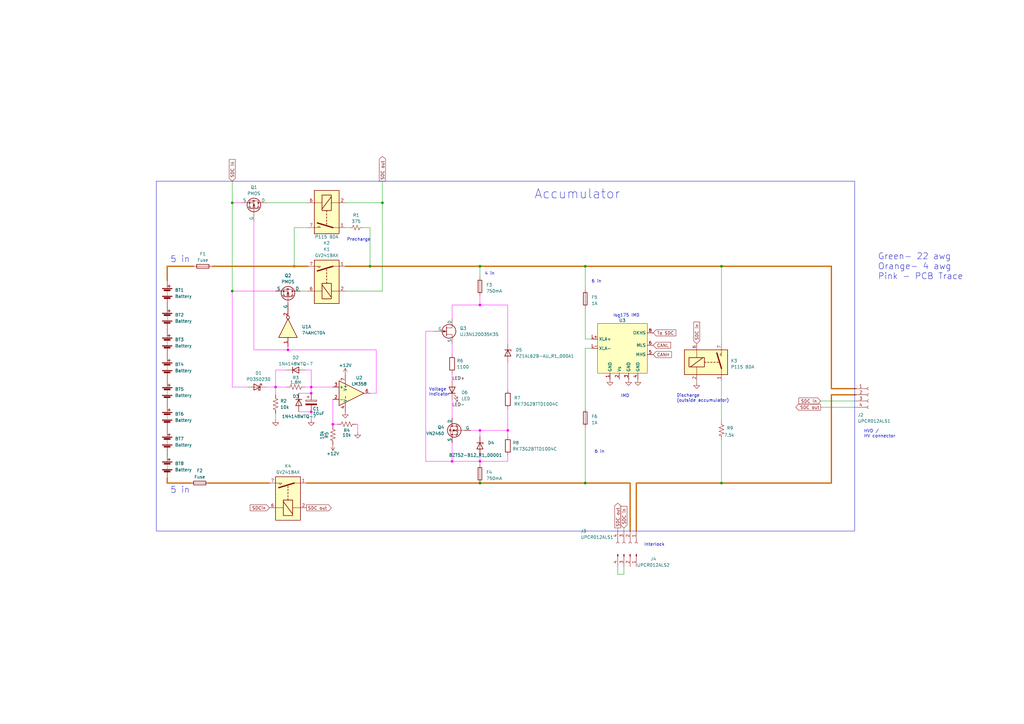
<source format=kicad_sch>
(kicad_sch (version 20231120) (generator "eeschema") (generator_version "8.0")
  (paper "A3")
  (lib_symbols
    (symbol "74xx:74AHCT04"
      (property "Reference" "U" (at 0 1.27 0))
      (property "Value" "74AHCT04" (at 0 -1.27 0))
      (symbol "74AHCT04_1_0"
        (polyline (pts (xy -3.81 3.81) (xy -3.81 -3.81) (xy 3.81 0) (xy -3.81 3.81)) (stroke (width 0.254)) (fill (type background)))
        (pin input line (at -7.62 0 0) (length 3.81) (name "~") (number "1"))
        (pin output inverted (at 7.62 0 180) (length 3.81) (name "~") (number "2"))
      )
      (symbol "74AHCT04_2_0"
        (polyline (pts (xy -3.81 3.81) (xy -3.81 -3.81) (xy 3.81 0) (xy -3.81 3.81)) (stroke (width 0.254)) (fill (type background)))
        (pin input line (at -7.62 0 0) (length 3.81) (name "~") (number "3"))
        (pin output inverted (at 7.62 0 180) (length 3.81) (name "~") (number "4"))
      )
      (symbol "74AHCT04_3_0"
        (polyline (pts (xy -3.81 3.81) (xy -3.81 -3.81) (xy 3.81 0) (xy -3.81 3.81)) (stroke (width 0.254)) (fill (type background)))
        (pin input line (at -7.62 0 0) (length 3.81) (name "~") (number "5"))
        (pin output inverted (at 7.62 0 180) (length 3.81) (name "~") (number "6"))
      )
      (symbol "74AHCT04_4_0"
        (polyline (pts (xy -3.81 3.81) (xy -3.81 -3.81) (xy 3.81 0) (xy -3.81 3.81)) (stroke (width 0.254)) (fill (type background)))
        (pin output inverted (at 7.62 0 180) (length 3.81) (name "~") (number "8"))
        (pin input line (at -7.62 0 0) (length 3.81) (name "~") (number "9"))
      )
      (symbol "74AHCT04_5_0"
        (polyline (pts (xy -3.81 3.81) (xy -3.81 -3.81) (xy 3.81 0) (xy -3.81 3.81)) (stroke (width 0.254)) (fill (type background)))
        (pin output inverted (at 7.62 0 180) (length 3.81) (name "~") (number "10"))
        (pin input line (at -7.62 0 0) (length 3.81) (name "~") (number "11"))
      )
      (symbol "74AHCT04_6_0"
        (polyline (pts (xy -3.81 3.81) (xy -3.81 -3.81) (xy 3.81 0) (xy -3.81 3.81)) (stroke (width 0.254)) (fill (type background)))
        (pin output inverted (at 7.62 0 180) (length 3.81) (name "~") (number "12"))
        (pin input line (at -7.62 0 0) (length 3.81) (name "~") (number "13"))
      )
      (symbol "74AHCT04_7_0"
        (pin power_in line (at 0 12.7 270) (length 5.08) (name "VCC") (number "14"))
        (pin power_in line (at 0 -12.7 90) (length 5.08) (name "GND") (number "7"))
      )
      (symbol "74AHCT04_7_1"
        (rectangle (start -5.08 7.62) (end 5.08 -7.62) (stroke (width 0.254)) (fill (type background)))
      )
    )
    (symbol "Amplifier_Operational:AD8001AN" (pin_names (offset 0.127))
      (property "Reference" "U" (at 0 6.35 0))
      (property "Value" "AD8001AN" (at 0 3.81 0))
      (symbol "AD8001AN_0_1"
        (polyline (pts (xy -5.08 5.08) (xy 5.08 0) (xy -5.08 -5.08) (xy -5.08 5.08)) (stroke (width 0.254)) (fill (type background)))
      )
      (symbol "AD8001AN_1_1"
        (pin no_connect line (at -5.08 -2.54 90) (length 2.54) hide (name "NC") (number "1"))
        (pin input line (at -7.62 -2.54 0) (length 2.54) (name "-") (number "2"))
        (pin input line (at -7.62 2.54 0) (length 2.54) (name "+") (number "3"))
        (pin power_in line (at -2.54 -7.62 90) (length 3.81) (name "V-") (number "4"))
        (pin no_connect line (at -2.54 -2.54 90) (length 2.54) hide (name "NC") (number "5"))
        (pin output line (at 7.62 0 180) (length 2.54) (name "~") (number "6"))
        (pin power_in line (at -2.54 7.62 270) (length 3.81) (name "V+") (number "7"))
        (pin no_connect line (at 0 -2.54 90) (length 2.54) hide (name "NC") (number "8"))
      )
    )
    (symbol "Connector:Conn_01x04_Pin" (pin_names (offset 1.016) hide)
      (property "Reference" "J" (at 0 5.08 0))
      (property "Value" "Conn_01x04_Pin" (at 0 -7.62 0))
      (symbol "Conn_01x04_Pin_1_1"
        (polyline (pts (xy 1.27 -5.08) (xy 0.8636 -5.08)) (stroke (width 0.1524)))
        (polyline (pts (xy 1.27 -2.54) (xy 0.8636 -2.54)) (stroke (width 0.1524)))
        (polyline (pts (xy 1.27 0) (xy 0.8636 0)) (stroke (width 0.1524)))
        (polyline (pts (xy 1.27 2.54) (xy 0.8636 2.54)) (stroke (width 0.1524)))
        (rectangle (start 0.8636 -4.953) (end 0 -5.207) (stroke (width 0.1524)) (fill (type outline)))
        (rectangle (start 0.8636 -2.413) (end 0 -2.667) (stroke (width 0.1524)) (fill (type outline)))
        (rectangle (start 0.8636 0.127) (end 0 -0.127) (stroke (width 0.1524)) (fill (type outline)))
        (rectangle (start 0.8636 2.667) (end 0 2.413) (stroke (width 0.1524)) (fill (type outline)))
        (pin passive line (at 5.08 2.54 180) (length 3.81) (name "Pin_1") (number "1"))
        (pin passive line (at 5.08 0 180) (length 3.81) (name "Pin_2") (number "2"))
        (pin passive line (at 5.08 -2.54 180) (length 3.81) (name "Pin_3") (number "3"))
        (pin passive line (at 5.08 -5.08 180) (length 3.81) (name "Pin_4") (number "4"))
      )
    )
    (symbol "Connector:Conn_01x04_Socket" (pin_names (offset 1.016) hide)
      (property "Reference" "J" (at 0 5.08 0))
      (property "Value" "Conn_01x04_Socket" (at 0 -7.62 0))
      (symbol "Conn_01x04_Socket_1_1"
        (arc (start 0 -4.572) (mid -0.5058 -5.08) (end 0 -5.588) (stroke (width 0.1524)))
        (arc (start 0 -2.032) (mid -0.5058 -2.54) (end 0 -3.048) (stroke (width 0.1524)))
        (polyline (pts (xy -1.27 -5.08) (xy -0.508 -5.08)) (stroke (width 0.1524)))
        (polyline (pts (xy -1.27 -2.54) (xy -0.508 -2.54)) (stroke (width 0.1524)))
        (polyline (pts (xy -1.27 0) (xy -0.508 0)) (stroke (width 0.1524)))
        (polyline (pts (xy -1.27 2.54) (xy -0.508 2.54)) (stroke (width 0.1524)))
        (arc (start 0 0.508) (mid -0.5058 0) (end 0 -0.508) (stroke (width 0.1524)))
        (arc (start 0 3.048) (mid -0.5058 2.54) (end 0 2.032) (stroke (width 0.1524)))
        (pin passive line (at -5.08 2.54 0) (length 3.81) (name "Pin_1") (number "1"))
        (pin passive line (at -5.08 0 0) (length 3.81) (name "Pin_2") (number "2"))
        (pin passive line (at -5.08 -2.54 0) (length 3.81) (name "Pin_3") (number "3"))
        (pin passive line (at -5.08 -5.08 0) (length 3.81) (name "Pin_4") (number "4"))
      )
    )
    (symbol "Device:Battery" (pin_numbers hide) (pin_names (offset 0) hide)
      (property "Reference" "BT" (at 2.54 2.54 0))
      (property "Value" "Battery" (at 2.54 0 0))
      (symbol "Battery_0_1"
        (rectangle (start -2.032 -1.397) (end 2.032 -1.651) (fill (type outline)))
        (rectangle (start -2.032 1.778) (end 2.032 1.524) (fill (type outline)))
        (rectangle (start -1.3208 -1.9812) (end 1.27 -2.4892) (fill (type outline)))
        (rectangle (start -1.3208 1.1938) (end 1.27 0.6858) (fill (type outline)))
        (polyline (pts (xy 0 -1.524) (xy 0 -1.27)))
        (polyline (pts (xy 0 -1.016) (xy 0 -0.762)))
        (polyline (pts (xy 0 -0.508) (xy 0 -0.254)))
        (polyline (pts (xy 0 0) (xy 0 0.254)))
        (polyline (pts (xy 0 0.508) (xy 0 0.762)))
        (polyline (pts (xy 0 1.778) (xy 0 2.54)))
        (polyline (pts (xy 0.254 2.667) (xy 1.27 2.667)) (stroke (width 0.254)))
        (polyline (pts (xy 0.762 3.175) (xy 0.762 2.159)) (stroke (width 0.254)))
      )
      (symbol "Battery_1_1"
        (pin passive line (at 0 5.08 270) (length 2.54) (name "+") (number "1"))
        (pin passive line (at 0 -5.08 90) (length 2.54) (name "-") (number "2"))
      )
    )
    (symbol "Device:C_Polarized" (pin_numbers hide) (pin_names (offset 0.254))
      (property "Reference" "C" (at 0.635 2.54 0))
      (property "Value" "C_Polarized" (at 0.635 -2.54 0))
      (symbol "C_Polarized_0_1"
        (rectangle (start -2.286 0.508) (end 2.286 1.016))
        (polyline (pts (xy -1.778 2.286) (xy -0.762 2.286)))
        (polyline (pts (xy -1.27 2.794) (xy -1.27 1.778)))
        (rectangle (start 2.286 -0.508) (end -2.286 -1.016) (fill (type outline)))
      )
      (symbol "C_Polarized_1_1"
        (pin passive line (at 0 3.81 270) (length 2.794) (name "~") (number "1"))
        (pin passive line (at 0 -3.81 90) (length 2.794) (name "~") (number "2"))
      )
    )
    (symbol "Device:D_Schottky" (pin_numbers hide) (pin_names (offset 1.016) hide)
      (property "Reference" "D" (at 0 2.54 0))
      (property "Value" "D_Schottky" (at 0 -2.54 0))
      (symbol "D_Schottky_0_1"
        (polyline (pts (xy 1.27 0) (xy -1.27 0)))
        (polyline (pts (xy 1.27 1.27) (xy 1.27 -1.27) (xy -1.27 0) (xy 1.27 1.27)) (stroke (width 0.254)))
        (polyline (pts (xy -1.905 0.635) (xy -1.905 1.27) (xy -1.27 1.27) (xy -1.27 -1.27) (xy -0.635 -1.27) (xy -0.635 -0.635)) (stroke (width 0.254)))
      )
      (symbol "D_Schottky_1_1"
        (pin passive line (at -3.81 0 0) (length 2.54) (name "K") (number "1"))
        (pin passive line (at 3.81 0 180) (length 2.54) (name "A") (number "2"))
      )
    )
    (symbol "Device:D_Zener" (pin_numbers hide) (pin_names (offset 1.016) hide)
      (property "Reference" "D" (at 0 2.54 0))
      (property "Value" "D_Zener" (at 0 -2.54 0))
      (symbol "D_Zener_0_1"
        (polyline (pts (xy 1.27 0) (xy -1.27 0)))
        (polyline (pts (xy -1.27 -1.27) (xy -1.27 1.27) (xy -0.762 1.27)) (stroke (width 0.254)))
        (polyline (pts (xy 1.27 -1.27) (xy 1.27 1.27) (xy -1.27 0) (xy 1.27 -1.27)) (stroke (width 0.254)))
      )
      (symbol "D_Zener_1_1"
        (pin passive line (at -3.81 0 0) (length 2.54) (name "K") (number "1"))
        (pin passive line (at 3.81 0 180) (length 2.54) (name "A") (number "2"))
      )
    )
    (symbol "Device:Fuse" (pin_numbers hide) (pin_names (offset 0))
      (property "Reference" "F" (at 2.032 0 90))
      (property "Value" "Fuse" (at -1.905 0 90))
      (symbol "Fuse_0_1"
        (rectangle (start -0.762 -2.54) (end 0.762 2.54) (stroke (width 0.254)))
        (polyline (pts (xy 0 2.54) (xy 0 -2.54)))
      )
      (symbol "Fuse_1_1"
        (pin passive line (at 0 3.81 270) (length 1.27) (name "~") (number "1"))
        (pin passive line (at 0 -3.81 90) (length 1.27) (name "~") (number "2"))
      )
    )
    (symbol "Device:LED" (pin_numbers hide) (pin_names (offset 1.016) hide)
      (property "Reference" "D" (at 0 2.54 0))
      (property "Value" "LED" (at 0 -2.54 0))
      (symbol "LED_0_1"
        (polyline (pts (xy -1.27 -1.27) (xy -1.27 1.27)) (stroke (width 0.254)))
        (polyline (pts (xy -1.27 0) (xy 1.27 0)))
        (polyline (pts (xy 1.27 -1.27) (xy 1.27 1.27) (xy -1.27 0) (xy 1.27 -1.27)) (stroke (width 0.254)))
        (polyline (pts (xy -3.048 -0.762) (xy -4.572 -2.286) (xy -3.81 -2.286) (xy -4.572 -2.286) (xy -4.572 -1.524)))
        (polyline (pts (xy -1.778 -0.762) (xy -3.302 -2.286) (xy -2.54 -2.286) (xy -3.302 -2.286) (xy -3.302 -1.524)))
      )
      (symbol "LED_1_1"
        (pin passive line (at -3.81 0 0) (length 2.54) (name "K") (number "1"))
        (pin passive line (at 3.81 0 180) (length 2.54) (name "A") (number "2"))
      )
    )
    (symbol "Device:R" (pin_numbers hide) (pin_names (offset 0))
      (property "Reference" "R" (at 2.032 0 90))
      (property "Value" "R" (at 0 0 90))
      (symbol "R_0_1"
        (rectangle (start -1.016 -2.54) (end 1.016 2.54) (stroke (width 0.254)))
      )
      (symbol "R_1_1"
        (pin passive line (at 0 3.81 270) (length 1.27) (name "~") (number "1"))
        (pin passive line (at 0 -3.81 90) (length 1.27) (name "~") (number "2"))
      )
    )
    (symbol "Device:R_Small_US" (pin_numbers hide) (pin_names (offset 0.254) hide)
      (property "Reference" "R" (at 0.762 0.508 0))
      (property "Value" "R_Small_US" (at 0.762 -1.016 0))
      (symbol "R_Small_US_1_1"
        (polyline (pts (xy 0 0) (xy 1.016 -0.381) (xy 0 -0.762) (xy -1.016 -1.143) (xy 0 -1.524)))
        (polyline (pts (xy 0 1.524) (xy 1.016 1.143) (xy 0 0.762) (xy -1.016 0.381) (xy 0 0)))
        (pin passive line (at 0 2.54 270) (length 1.016) (name "~") (number "1"))
        (pin passive line (at 0 -2.54 90) (length 1.016) (name "~") (number "2"))
      )
    )
    (symbol "Device:R_US" (pin_numbers hide) (pin_names (offset 0))
      (property "Reference" "R" (at 2.54 0 90))
      (property "Value" "R_US" (at -2.54 0 90))
      (symbol "R_US_0_1"
        (polyline (pts (xy 0 -2.286) (xy 0 -2.54)))
        (polyline (pts (xy 0 2.286) (xy 0 2.54)))
        (polyline (pts (xy 0 -0.762) (xy 1.016 -1.143) (xy 0 -1.524) (xy -1.016 -1.905) (xy 0 -2.286)))
        (polyline (pts (xy 0 0.762) (xy 1.016 0.381) (xy 0 0) (xy -1.016 -0.381) (xy 0 -0.762)))
        (polyline (pts (xy 0 2.286) (xy 1.016 1.905) (xy 0 1.524) (xy -1.016 1.143) (xy 0 0.762)))
      )
      (symbol "R_US_1_1"
        (pin passive line (at 0 3.81 270) (length 1.27) (name "~") (number "1"))
        (pin passive line (at 0 -3.81 90) (length 1.27) (name "~") (number "2"))
      )
    )
    (symbol "Diode:BAV302" (pin_numbers hide) (pin_names hide)
      (property "Reference" "D" (at 0 2.54 0))
      (property "Value" "BAV302" (at 0 -2.54 0))
      (symbol "BAV302_0_1"
        (polyline (pts (xy -1.27 1.27) (xy -1.27 -1.27)) (stroke (width 0.254)))
        (polyline (pts (xy 1.27 0) (xy -1.27 0)))
        (polyline (pts (xy 1.27 1.27) (xy 1.27 -1.27) (xy -1.27 0) (xy 1.27 1.27)) (stroke (width 0.254)))
      )
      (symbol "BAV302_1_1"
        (pin passive line (at -3.81 0 0) (length 2.54) (name "K") (number "1"))
        (pin passive line (at 3.81 0 180) (length 2.54) (name "A") (number "2"))
      )
    )
    (symbol "FSAE:IMD"
      (property "Reference" "U" (at 0 0 0))
      (symbol "IMD_0_1"
        (rectangle (start -8.89 22.86) (end 11.43 2.54) (fill (type background)))
      )
      (symbol "IMD_1_1"
        (pin bidirectional line (at -3.81 25.4 270) (length 2.54) (name "GND") (number "1"))
        (pin power_in line (at 0 25.4 270) (length 2.54) (name "Vs") (number "2"))
        (pin bidirectional line (at 3.81 25.4 270) (length 2.54) (name "GND") (number "3"))
        (pin bidirectional line (at 7.62 25.4 270) (length 2.54) (name "GND") (number "4"))
        (pin output line (at 13.97 15.24 180) (length 2.54) (name "MHS") (number "5"))
        (pin output line (at 13.97 11.43 180) (length 2.54) (name "MLS") (number "6"))
        (pin output line (at 13.97 6.35 180) (length 2.54) (name "OKHS") (number "8"))
        (pin input line (at -11.43 8.89 0) (length 2.54) (name "XLA+") (number "L+"))
        (pin input line (at -11.43 12.7 0) (length 2.54) (name "XLA-") (number "L-"))
      )
    )
    (symbol "Relay:DIPxx-1Axx-12x"
      (property "Reference" "K" (at 8.89 3.81 0))
      (property "Value" "DIPxx-1Axx-12x" (at 8.89 1.27 0))
      (symbol "DIPxx-1Axx-12x_0_0"
        (polyline (pts (xy 5.08 5.08) (xy 5.08 2.54) (xy 4.445 3.175) (xy 5.08 3.81)))
      )
      (symbol "DIPxx-1Axx-12x_0_1"
        (rectangle (start -10.16 5.08) (end 7.62 -5.08) (stroke (width 0.254)) (fill (type background)))
        (rectangle (start -8.255 1.905) (end -1.905 -1.905) (stroke (width 0.254)))
        (polyline (pts (xy -7.62 -1.905) (xy -2.54 1.905)) (stroke (width 0.254)))
        (polyline (pts (xy -5.08 -5.08) (xy -5.08 -1.905)))
        (polyline (pts (xy -5.08 5.08) (xy -5.08 1.905)))
        (polyline (pts (xy -1.905 0) (xy -1.27 0)) (stroke (width 0.254)))
        (polyline (pts (xy -0.635 0) (xy 0 0)) (stroke (width 0.254)))
        (polyline (pts (xy 0.635 0) (xy 1.27 0)) (stroke (width 0.254)))
        (polyline (pts (xy 1.905 0) (xy 2.54 0)) (stroke (width 0.254)))
        (polyline (pts (xy 3.175 0) (xy 3.81 0)) (stroke (width 0.254)))
        (polyline (pts (xy 5.08 -2.54) (xy 3.175 3.81)) (stroke (width 0.508)))
        (polyline (pts (xy 5.08 -2.54) (xy 5.08 -5.08)))
      )
      (symbol "DIPxx-1Axx-12x_1_1"
        (pin passive line (at 5.08 -7.62 90) (length 2.54) (name "~") (number "1"))
        (pin passive line (at -5.08 -7.62 90) (length 2.54) hide (name "~") (number "13"))
        (pin passive line (at 5.08 -7.62 90) (length 2.54) hide (name "~") (number "14"))
        (pin passive line (at -5.08 -7.62 90) (length 2.54) (name "~") (number "2"))
        (pin passive line (at -5.08 7.62 270) (length 2.54) (name "~") (number "6"))
        (pin passive line (at 5.08 7.62 270) (length 2.54) (name "~") (number "7"))
        (pin passive line (at 5.08 7.62 270) (length 2.54) hide (name "~") (number "8"))
      )
    )
    (symbol "Simulation_SPICE:NJFET" (pin_numbers hide) (pin_names (offset 0))
      (property "Reference" "Q2" (at 5.715 1.27 0))
      (property "Value" "UJ3N120035K3S" (at 5.715 -1.27 0))
      (symbol "NJFET_0_1"
        (polyline (pts (xy 0.254 1.905) (xy 0.254 -1.905) (xy 0.254 -1.905)) (stroke (width 0.254)))
        (polyline (pts (xy 2.54 -2.54) (xy 2.54 -1.27) (xy 0.254 -1.27)))
        (polyline (pts (xy 2.54 2.54) (xy 2.54 1.397) (xy 0.254 1.397)))
        (polyline (pts (xy 0 0) (xy -1.016 0.381) (xy -1.016 -0.381) (xy 0 0)) (fill (type outline)))
        (circle (center 1.27 0) (radius 2.8194) (stroke (width 0.254)))
      )
      (symbol "NJFET_1_1"
        (pin input line (at -5.08 0 0) (length 5.334) (name "G") (number "1"))
        (pin passive line (at 2.54 5.08 270) (length 2.54) (name "D") (number "2"))
        (pin passive line (at 2.54 -5.08 90) (length 2.54) (name "S") (number "3"))
      )
    )
    (symbol "Simulation_SPICE:NMOS" (pin_numbers hide) (pin_names (offset 0))
      (property "Reference" "Q1" (at 5.715 1.27 0))
      (property "Value" "VN2460" (at 5.715 -1.27 0))
      (symbol "NMOS_0_1"
        (polyline (pts (xy 0.254 0) (xy -2.54 0)))
        (polyline (pts (xy 0.254 1.905) (xy 0.254 -1.905)) (stroke (width 0.254)))
        (polyline (pts (xy 0.762 -1.27) (xy 0.762 -2.286)) (stroke (width 0.254)))
        (polyline (pts (xy 0.762 0.508) (xy 0.762 -0.508)) (stroke (width 0.254)))
        (polyline (pts (xy 0.762 2.286) (xy 0.762 1.27)) (stroke (width 0.254)))
        (polyline (pts (xy 2.54 2.54) (xy 2.54 1.778)))
        (polyline (pts (xy 2.54 -2.54) (xy 2.54 0) (xy 0.762 0)))
        (polyline (pts (xy 0.762 -1.778) (xy 3.302 -1.778) (xy 3.302 1.778) (xy 0.762 1.778)))
        (polyline (pts (xy 1.016 0) (xy 2.032 0.381) (xy 2.032 -0.381) (xy 1.016 0)) (fill (type outline)))
        (polyline (pts (xy 2.794 0.508) (xy 2.921 0.381) (xy 3.683 0.381) (xy 3.81 0.254)))
        (polyline (pts (xy 3.302 0.381) (xy 2.921 -0.254) (xy 3.683 -0.254) (xy 3.302 0.381)))
        (circle (center 1.651 0) (radius 2.794) (stroke (width 0.254)))
        (circle (center 2.54 -1.778) (radius 0.254) (fill (type outline)))
        (circle (center 2.54 1.778) (radius 0.254) (fill (type outline)))
      )
      (symbol "NMOS_1_1"
        (pin passive line (at 2.54 -5.08 90) (length 2.54) (name "S") (number "1"))
        (pin input line (at -5.08 0 0) (length 2.54) (name "G") (number "2"))
        (pin passive line (at 2.54 5.08 270) (length 2.54) (name "D") (number "3"))
      )
    )
    (symbol "Simulation_SPICE:PMOS" (pin_numbers hide) (pin_names (offset 0))
      (property "Reference" "Q" (at 5.08 1.27 0))
      (property "Value" "PMOS" (at 5.08 -1.27 0))
      (symbol "PMOS_0_1"
        (polyline (pts (xy 0.254 0) (xy -2.54 0)))
        (polyline (pts (xy 0.254 1.905) (xy 0.254 -1.905)) (stroke (width 0.254)))
        (polyline (pts (xy 0.762 -1.27) (xy 0.762 -2.286)) (stroke (width 0.254)))
        (polyline (pts (xy 0.762 0.508) (xy 0.762 -0.508)) (stroke (width 0.254)))
        (polyline (pts (xy 0.762 2.286) (xy 0.762 1.27)) (stroke (width 0.254)))
        (polyline (pts (xy 2.54 2.54) (xy 2.54 1.778)))
        (polyline (pts (xy 2.54 -2.54) (xy 2.54 0) (xy 0.762 0)))
        (polyline (pts (xy 0.762 1.778) (xy 3.302 1.778) (xy 3.302 -1.778) (xy 0.762 -1.778)))
        (polyline (pts (xy 2.286 0) (xy 1.27 0.381) (xy 1.27 -0.381) (xy 2.286 0)) (fill (type outline)))
        (polyline (pts (xy 2.794 -0.508) (xy 2.921 -0.381) (xy 3.683 -0.381) (xy 3.81 -0.254)))
        (polyline (pts (xy 3.302 -0.381) (xy 2.921 0.254) (xy 3.683 0.254) (xy 3.302 -0.381)))
        (circle (center 1.651 0) (radius 2.794) (stroke (width 0.254)))
        (circle (center 2.54 -1.778) (radius 0.254) (fill (type outline)))
        (circle (center 2.54 1.778) (radius 0.254) (fill (type outline)))
      )
      (symbol "PMOS_1_1"
        (pin passive line (at 2.54 5.08 270) (length 2.54) (name "D") (number "1"))
        (pin input line (at -5.08 0 0) (length 2.54) (name "G") (number "2"))
        (pin passive line (at 2.54 -5.08 90) (length 2.54) (name "S") (number "3"))
      )
    )
    (symbol "power:+12V" (power) (pin_names (offset 0))
      (property "Value" "+12V" (at 0 3.556 0))
      (symbol "+12V_0_1"
        (polyline (pts (xy -0.762 1.27) (xy 0 2.54)))
        (polyline (pts (xy 0 0) (xy 0 2.54)))
        (polyline (pts (xy 0 2.54) (xy 0.762 1.27)))
      )
      (symbol "+12V_1_1"
        (pin power_in line (at 0 0 90) (length 0) hide (name "+12V") (number "1"))
      )
    )
    (symbol "power:GND" (power) (pin_names (offset 0))
      (property "Value" "GND" (at 0 -3.81 0))
      (symbol "GND_0_1"
        (polyline (pts (xy 0 0) (xy 0 -1.27) (xy 1.27 -1.27) (xy 0 -2.54) (xy -1.27 -1.27) (xy 0 -1.27)))
      )
      (symbol "GND_1_1"
        (pin power_in line (at 0 0 270) (length 0) hide (name "GND") (number "1"))
      )
    )
  )
  (junction (at 136.525 173.99) (color 255 0 255 1))
  (junction (at 113.03 158.75) (color 255 0 255 1))
  (junction (at 120.65 109.22) (color 204 102 0 1))
  (junction (at 185.42 189.23) (color 255 0 255 1))
  (junction (at 240.03 198.12))
  (junction (at 196.85 198.12))
  (junction (at 118.11 143.51) (color 255 0 255 1))
  (junction (at 295.91 198.12))
  (junction (at 196.85 125.095) (color 255 0 255 1))
  (junction (at 127.635 158.75) (color 255 0 255 1))
  (junction (at 127.635 161.29) (color 255 0 255 1))
  (junction (at 127.635 168.91) (color 255 0 255 1))
  (junction (at 196.85 109.22))
  (junction (at 196.85 176.53) (color 255 0 255 1))
  (junction (at 196.85 189.23) (color 255 0 255 1))
  (junction (at 208.28 176.53) (color 255 0 255 1))
  (junction (at 295.91 109.22))
  (junction (at 95.25 119.38))
  (junction (at 151.765 109.22))
  (junction (at 240.03 109.22))
  (junction (at 95.25 83.185))
  (junction (at 156.845 83.185))
  (wire (pts (xy 95.25 83.185) (xy 95.25 119.38)))
  (wire (pts (xy 336.55 164.465) (xy 351.155 164.465)))
  (wire (pts (xy 185.42 189.23) (xy 174.625 189.23)) (stroke (width 0) (color 255 0 255 1)))
  (wire (pts (xy 185.42 125.095) (xy 185.42 130.81)) (stroke (width 0) (color 255 0 255 1)))
  (wire (pts (xy 113.03 158.75) (xy 117.475 158.75)) (stroke (width 0) (color 255 0 255 1)))
  (wire (pts (xy 95.25 119.38) (xy 113.03 119.38)) (stroke (width 0) (color 255 0 255 1)))
  (wire (pts (xy 240.03 109.22) (xy 240.03 118.745)))
  (wire (pts (xy 295.91 109.22) (xy 340.995 109.22)) (stroke (width 0.508) (color 204 102 0 1)))
  (wire (pts (xy 109.22 158.75) (xy 113.03 158.75)) (stroke (width 0) (color 255 0 255 1)))
  (wire (pts (xy 120.65 93.345) (xy 126.365 93.345)))
  (wire (pts (xy 127.635 168.91) (xy 127.635 172.085)) (stroke (width 0) (color 255 0 255 1)))
  (wire (pts (xy 255.905 216.535) (xy 255.905 217.805)))
  (wire (pts (xy 242.57 142.875) (xy 240.03 142.875)))
  (wire (pts (xy 68.58 198.12) (xy 78.105 198.12)) (stroke (width 0.508) (color 204 102 0 1)))
  (wire (pts (xy 127.635 158.75) (xy 136.525 158.75)) (stroke (width 0) (color 255 0 255 1)))
  (wire (pts (xy 185.42 181.61) (xy 185.42 189.23)) (stroke (width 0) (color 255 0 255 1)))
  (wire (pts (xy 295.91 156.21) (xy 295.91 172.72)))
  (wire (pts (xy 113.03 169.545) (xy 113.03 172.085)))
  (wire (pts (xy 95.25 158.75) (xy 101.6 158.75)) (stroke (width 0) (color 255 0 255 1)))
  (wire (pts (xy 253.365 235.585) (xy 253.365 232.41)))
  (wire (pts (xy 126.365 83.185) (xy 109.22 83.185)))
  (wire (pts (xy 141.605 83.185) (xy 156.845 83.185)))
  (wire (pts (xy 340.995 109.22) (xy 340.995 159.385)) (stroke (width 0.508) (color 204 102 0 1)))
  (wire (pts (xy 127.635 161.29) (xy 127.635 158.75)) (stroke (width 0) (color 255 0 255 1)))
  (wire (pts (xy 68.58 114.935) (xy 68.58 109.22)) (stroke (width 0.508) (color 204 102 0 1)))
  (wire (pts (xy 146.685 173.99) (xy 146.685 177.165)) (stroke (width 0) (color 255 0 255 1)))
  (wire (pts (xy 156.845 119.38) (xy 141.605 119.38)))
  (wire (pts (xy 196.85 176.53) (xy 208.28 176.53)) (stroke (width 0) (color 255 0 255 1)))
  (wire (pts (xy 99.06 83.185) (xy 95.25 83.185)) (stroke (width 0) (color 255 0 255 1)))
  (wire (pts (xy 185.42 140.97) (xy 185.42 145.415)) (stroke (width 0) (color 255 0 255 1)))
  (wire (pts (xy 196.85 109.22) (xy 196.85 113.665)))
  (wire (pts (xy 151.765 109.22) (xy 141.605 109.22)) (stroke (width 0.508) (color 204 102 0 1)))
  (wire (pts (xy 240.03 126.365) (xy 240.03 139.065)))
  (wire (pts (xy 185.42 189.23) (xy 196.85 189.23)) (stroke (width 0) (color 255 0 255 1)))
  (wire (pts (xy 340.995 198.12) (xy 340.995 161.925)) (stroke (width 0.508) (color 204 102 0 1)))
  (wire (pts (xy 113.03 158.75) (xy 113.03 161.925)) (stroke (width 0) (color 255 0 255 1)))
  (wire (pts (xy 253.365 216.535) (xy 253.365 217.805)))
  (wire (pts (xy 117.475 151.765) (xy 113.03 151.765)) (stroke (width 0) (color 255 0 255 1)))
  (wire (pts (xy 295.91 198.12) (xy 340.995 198.12)) (stroke (width 0.508) (color 204 102 0 1)))
  (wire (pts (xy 208.28 148.59) (xy 208.28 160.02)) (stroke (width 0) (color 255 0 255 1)))
  (wire (pts (xy 196.85 189.23) (xy 196.85 190.5)) (stroke (width 0) (color 255 0 255 1)))
  (wire (pts (xy 146.05 173.99) (xy 146.685 173.99)) (stroke (width 0) (color 255 0 255 1)))
  (wire (pts (xy 255.905 235.585) (xy 253.365 235.585)))
  (wire (pts (xy 156.845 83.185) (xy 156.845 119.38)))
  (wire (pts (xy 258.445 198.12) (xy 258.445 217.805)) (stroke (width 0.508) (color 204 102 0 1)))
  (wire (pts (xy 95.25 74.295) (xy 95.25 83.185)))
  (wire (pts (xy 123.19 119.38) (xy 126.365 119.38)))
  (wire (pts (xy 86.995 109.22) (xy 120.65 109.22)) (stroke (width 0.508) (color 204 102 0 1)))
  (wire (pts (xy 104.14 90.805) (xy 104.14 143.51)) (stroke (width 0) (color 255 0 255 1)))
  (wire (pts (xy 255.905 232.41) (xy 255.905 235.585)))
  (wire (pts (xy 122.555 168.91) (xy 127.635 168.91)) (stroke (width 0) (color 255 0 255 1)))
  (wire (pts (xy 113.03 151.765) (xy 113.03 158.75)) (stroke (width 0) (color 255 0 255 1)))
  (wire (pts (xy 122.555 161.29) (xy 127.635 161.29)) (stroke (width 0) (color 255 0 255 1)))
  (wire (pts (xy 240.03 198.12) (xy 258.445 198.12)) (stroke (width 0.508) (color 204 102 0 1)))
  (wire (pts (xy 260.985 198.12) (xy 260.985 217.805)) (stroke (width 0.508) (color 204 102 0 1)))
  (wire (pts (xy 208.28 176.53) (xy 208.28 167.64)) (stroke (width 0) (color 255 0 255 1)))
  (wire (pts (xy 336.55 167.005) (xy 351.155 167.005)))
  (wire (pts (xy 196.85 186.69) (xy 196.85 189.23)) (stroke (width 0) (color 255 0 255 1)))
  (wire (pts (xy 295.91 180.34) (xy 295.91 198.12)))
  (wire (pts (xy 127.635 151.765) (xy 127.635 158.75)) (stroke (width 0) (color 255 0 255 1)))
  (wire (pts (xy 141.605 93.345) (xy 143.51 93.345)))
  (wire (pts (xy 196.85 198.12) (xy 240.03 198.12)) (stroke (width 0.508) (color 204 102 0 1)))
  (wire (pts (xy 127.635 151.765) (xy 125.095 151.765)) (stroke (width 0) (color 255 0 255 1)))
  (wire (pts (xy 136.525 163.83) (xy 136.525 173.99)) (stroke (width 0) (color 255 0 255 1)))
  (wire (pts (xy 104.14 143.51) (xy 118.11 143.51)) (stroke (width 0) (color 255 0 255 1)))
  (wire (pts (xy 174.625 135.89) (xy 177.8 135.89)) (stroke (width 0) (color 255 0 255 1)))
  (wire (pts (xy 340.995 161.925) (xy 351.155 161.925)) (stroke (width 0.508) (color 204 102 0 1)))
  (wire (pts (xy 196.85 189.23) (xy 208.28 189.23)) (stroke (width 0) (color 255 0 255 1)))
  (wire (pts (xy 185.42 153.035) (xy 185.42 156.21)) (stroke (width 0) (color 255 0 255 1)))
  (wire (pts (xy 240.03 175.26) (xy 240.03 198.12)))
  (wire (pts (xy 120.65 109.22) (xy 120.65 93.345)))
  (wire (pts (xy 196.85 176.53) (xy 196.85 179.07)) (stroke (width 0) (color 255 0 255 1)))
  (wire (pts (xy 295.91 109.22) (xy 295.91 140.97)))
  (wire (pts (xy 118.11 143.51) (xy 118.11 142.24)) (stroke (width 0) (color 255 0 255 1)))
  (wire (pts (xy 68.58 196.215) (xy 68.58 198.12)) (stroke (width 0.508) (color 204 102 0 1)))
  (wire (pts (xy 120.65 109.22) (xy 126.365 109.22)) (stroke (width 0.508) (color 204 102 0 1)))
  (wire (pts (xy 196.85 121.285) (xy 196.85 125.095)) (stroke (width 0) (color 255 0 255 1)))
  (wire (pts (xy 85.725 198.12) (xy 110.49 198.12)) (stroke (width 0.508) (color 204 102 0 1)))
  (wire (pts (xy 151.765 93.345) (xy 151.765 109.22)))
  (wire (pts (xy 208.28 140.97) (xy 208.28 125.095)) (stroke (width 0) (color 255 0 255 1)))
  (wire (pts (xy 340.995 159.385) (xy 351.155 159.385)) (stroke (width 0.508) (color 204 102 0 1)))
  (wire (pts (xy 208.28 176.53) (xy 208.28 179.07)) (stroke (width 0) (color 255 0 255 1)))
  (wire (pts (xy 240.03 109.22) (xy 295.91 109.22)) (stroke (width 0.508) (color 204 102 0 1)))
  (wire (pts (xy 285.75 156.21) (xy 285.75 156.845)))
  (wire (pts (xy 95.25 119.38) (xy 95.25 158.75)) (stroke (width 0) (color 255 0 255 1)))
  (wire (pts (xy 136.525 174.625) (xy 136.525 173.99)))
  (wire (pts (xy 154.305 161.29) (xy 154.305 143.51)) (stroke (width 0) (color 255 0 255 1)))
  (wire (pts (xy 240.03 139.065) (xy 242.57 139.065)))
  (wire (pts (xy 193.04 176.53) (xy 196.85 176.53)) (stroke (width 0) (color 255 0 255 1)))
  (wire (pts (xy 151.765 109.22) (xy 196.85 109.22)) (stroke (width 0.508) (color 204 102 0 1)))
  (wire (pts (xy 208.28 189.23) (xy 208.28 186.69)) (stroke (width 0) (color 255 0 255 1)))
  (wire (pts (xy 125.095 158.75) (xy 127.635 158.75)) (stroke (width 0) (color 255 0 255 1)))
  (wire (pts (xy 240.03 142.875) (xy 240.03 167.64)))
  (wire (pts (xy 260.985 198.12) (xy 295.91 198.12)) (stroke (width 0.508) (color 204 102 0 1)))
  (wire (pts (xy 148.59 93.345) (xy 151.765 93.345)))
  (wire (pts (xy 185.42 163.83) (xy 185.42 171.45)) (stroke (width 0) (color 255 0 255 1)))
  (wire (pts (xy 154.305 161.29) (xy 151.765 161.29)) (stroke (width 0) (color 255 0 255 1)))
  (wire (pts (xy 125.73 198.12) (xy 196.85 198.12)) (stroke (width 0.508) (color 204 102 0 1)))
  (wire (pts (xy 154.305 143.51) (xy 118.11 143.51)) (stroke (width 0) (color 255 0 255 1)))
  (wire (pts (xy 196.85 125.095) (xy 208.28 125.095)) (stroke (width 0) (color 255 0 255 1)))
  (wire (pts (xy 68.58 109.22) (xy 79.375 109.22)) (stroke (width 0.508) (color 204 102 0 1)))
  (wire (pts (xy 156.845 83.185) (xy 156.845 74.295)))
  (wire (pts (xy 174.625 189.23) (xy 174.625 135.89)) (stroke (width 0) (color 255 0 255 1)))
  (wire (pts (xy 136.525 173.99) (xy 138.43 173.99)) (stroke (width 0) (color 255 0 255 1)))
  (wire (pts (xy 196.85 109.22) (xy 240.03 109.22)) (stroke (width 0.508) (color 204 102 0 1)))
  (wire (pts (xy 185.42 125.095) (xy 196.85 125.095)) (stroke (width 0) (color 255 0 255 1)))
  (rectangle (start 64.135 74.295) (end 350.52 217.805))
  (text "Iso175 IMD\n" (at 251.46 130.175 0) (effects (font (size 1.27 1.27)) (justify left bottom)))
  (text "Interlock" (at 264.16 224.155 0) (effects (font (size 1.27 1.27)) (justify left bottom)))
  (text "6 in" (at 242.57 116.205 0) (effects (font (size 1.27 1.27)) (justify left bottom)))
  (text "Accumulator" (at 219.075 81.915 0) (effects (font (size 3.81 3.81)) (justify left bottom)))
  (text "IMD\n" (at 254.635 163.195 0) (effects (font (size 1.27 1.27)) (justify left bottom)))
  (text "Discharge \n(outside accumulator)" (at 277.495 165.1 0) (effects (font (size 1.27 1.27)) (justify left bottom)))
  (text "6 in" (at 243.84 186.055 0) (effects (font (size 1.27 1.27)) (justify left bottom)))
  (text "5 in" (at 69.85 202.565 0) (effects (font (size 2.54 2.54)) (justify left bottom)))
  (text "Precharge" (at 142.24 99.06 0) (effects (font (size 1.27 1.27)) (justify left bottom)))
  (text "Green- 22 awg\nOrange- 4 awg\nPink - PCB Trace" (at 360.045 114.935 0) (effects (font (size 2.54 2.54)) (justify left bottom)))
  (text "HVD / \nHV connector" (at 354.33 179.705 0) (effects (font (size 1.27 1.27)) (justify left bottom)))
  (text "5 in" (at 69.85 107.95 0) (effects (font (size 2.54 2.54)) (justify left bottom)))
  (text "4 in" (at 198.755 113.03 0) (effects (font (size 1.27 1.27)) (justify left bottom)))
  (text "Voltage \nIndicator\n" (at 175.895 162.56 0) (effects (font (size 1.27 1.27)) (justify left bottom)))
  (label "LED-" (at 185.42 167.005 0))
  (label "LED+" (at 185.42 156.21 0))
  (global_label "SDC out" (shape output) (at 336.55 167.005 180) (property "Intersheetrefs" "${INTERSHEET_REFS}" (effects (hide yes))))
  (global_label "SDC in" (shape input) (at 95.25 74.295 90) (property "Intersheetrefs" "${INTERSHEET_REFS}" (effects (hide yes))))
  (global_label "SDC in" (shape input) (at 255.905 216.535 90) (property "Intersheetrefs" "${INTERSHEET_REFS}" (effects (hide yes))))
  (global_label "CANL" (shape input) (at 267.97 141.605 0) (property "Intersheetrefs" "${INTERSHEET_REFS}" (effects (hide yes))))
  (global_label "SDCin" (shape input) (at 110.49 208.28 180) (property "Intersheetrefs" "${INTERSHEET_REFS}" (effects (hide yes))))
  (global_label "SDC out" (shape output) (at 156.845 74.295 90) (property "Intersheetrefs" "${INTERSHEET_REFS}" (effects (hide yes))))
  (global_label "SDC out" (shape output) (at 125.73 208.28 0) (property "Intersheetrefs" "${INTERSHEET_REFS}" (effects (hide yes))))
  (global_label "SDC in" (shape input) (at 336.55 164.465 180) (property "Intersheetrefs" "${INTERSHEET_REFS}" (effects (hide yes))))
  (global_label "To SDC" (shape input) (at 267.97 136.525 0) (property "Intersheetrefs" "${INTERSHEET_REFS}" (effects (hide yes))))
  (global_label "SDC out" (shape output) (at 253.365 216.535 90) (property "Intersheetrefs" "${INTERSHEET_REFS}" (effects (hide yes))))
  (global_label "SDC in" (shape input) (at 285.75 140.97 90) (property "Intersheetrefs" "${INTERSHEET_REFS}" (effects (hide yes))))
  (global_label "CANH" (shape input) (at 267.97 145.415 0) (property "Intersheetrefs" "${INTERSHEET_REFS}" (effects (hide yes))))
  (symbol (lib_id "Device:LED") (at 185.42 160.02 90) (unit 1)
    (property "Reference" "D6" (at 189.23 160.9725 90) (effects (justify right)))
    (property "Value" "LED" (at 189.23 163.5125 90) (effects (justify right)))
  )
  (symbol (lib_id "Device:R_US") (at 142.24 173.99 270) (unit 1)
    (property "Reference" "R4" (at 142.24 176.53 90))
    (property "Value" "10k" (at 142.24 178.435 90))
    (property "Footprint" "Resistor_THT:R_Axial_DIN0207_L6.3mm_D2.5mm_P7.62mm_Horizontal" (effects (hide yes)))
  )
  (symbol (lib_id "power:GND") (at 261.62 155.575 0) (unit 1)
    (property "Reference" "#PWR07" (effects (hide yes)))
    (property "Value" "GND" (effects (hide yes)))
  )
  (symbol (lib_id "Diode:BAV302") (at 121.285 151.765 0) (mirror x) (unit 1)
    (property "Reference" "D2" (at 121.285 146.685 0))
    (property "Value" "1N4148WTQ-7" (at 121.285 149.225 0))
    (property "Footprint" "Diode_SMD:D_SOD-523" (effects (hide yes)))
    (property "Datasheet" "https://www.diodes.com/assets/Datasheets/1N4148WT.pdf" (effects (hide yes)))
  )
  (symbol (lib_id "Device:R_US") (at 136.525 178.435 180) (unit 1)
    (property "Reference" "R5" (at 133.985 178.435 90))
    (property "Value" "10k" (at 132.08 178.435 90))
    (property "Footprint" "Resistor_THT:R_Axial_DIN0207_L6.3mm_D2.5mm_P7.62mm_Horizontal" (effects (hide yes)))
  )
  (symbol (lib_id "Connector:Conn_01x04_Socket") (at 258.445 222.885 270) (unit 1)
    (property "Reference" "J3" (at 238.125 217.805 90) (effects (justify left)))
    (property "Value" "UPCR012ALS1" (at 238.125 220.345 90) (effects (justify left)))
  )
  (symbol (lib_id "Device:R") (at 185.42 149.225 0) (unit 1)
    (property "Reference" "R6" (at 187.325 147.955 0) (effects (justify left)))
    (property "Value" "1100" (at 187.325 150.495 0) (effects (justify left)))
    (property "Footprint" "Resistor_THT:R_Axial_DIN0207_L6.3mm_D2.5mm_P7.62mm_Horizontal" (effects (hide yes)))
  )
  (symbol (lib_id "power:+12V") (at 136.525 182.245 180) (unit 1)
    (property "Reference" "#PWR05" (effects (hide yes)))
    (property "Value" "+12V" (at 136.525 186.055 0))
  )
  (symbol (lib_id "Device:R_US") (at 121.285 158.75 270) (unit 1)
    (property "Reference" "R3" (at 121.285 154.94 90))
    (property "Value" "1.8M" (at 121.285 156.845 90))
    (property "Footprint" "Resistor_THT:R_Axial_DIN0207_L6.3mm_D2.5mm_P7.62mm_Horizontal" (effects (hide yes)))
  )
  (symbol (lib_id "Simulation_SPICE:PMOS") (at 104.14 85.725 270) (mirror x) (unit 1)
    (property "Reference" "Q1" (at 104.14 76.835 90))
    (property "Value" "PMOS" (at 104.14 79.375 90))
    (property "Datasheet" "https://ngspice.sourceforge.io/docs/ngspice-manual.pdf" (effects (hide yes)))
    (property "Sim.Device" "PMOS" (effects (hide yes)))
    (property "Sim.Type" "VDMOS" (effects (hide yes)))
    (property "Sim.Pins" "1=D 2=G 3=S" (effects (hide yes)))
  )
  (symbol (lib_id "Device:Battery") (at 68.58 120.015 0) (unit 1)
    (property "Reference" "BT1" (at 71.755 118.999 0) (effects (justify left)))
    (property "Value" "Battery" (at 71.755 121.539 0) (effects (justify left)))
  )
  (symbol (lib_id "Diode:BAV302") (at 122.555 165.1 90) (mirror x) (unit 1)
    (property "Reference" "D3" (at 120.015 162.56 90) (effects (justify right)))
    (property "Value" "1N4148WTQ-7" (at 115.57 170.815 90) (effects (justify right)))
    (property "Footprint" "Diode_SMD:D_SOD-523" (effects (hide yes)))
    (property "Datasheet" "https://www.diodes.com/assets/Datasheets/1N4148WT.pdf" (effects (hide yes)))
  )
  (symbol (lib_id "Device:R_US") (at 113.03 165.735 180) (unit 1)
    (property "Reference" "R2" (at 114.935 164.465 0) (effects (justify right)))
    (property "Value" "10k" (at 114.935 167.005 0) (effects (justify right)))
    (property "Footprint" "Resistor_THT:R_Axial_DIN0207_L6.3mm_D2.5mm_P7.62mm_Horizontal" (effects (hide yes)))
  )
  (symbol (lib_id "Amplifier_Operational:AD8001AN") (at 144.145 161.29 0) (unit 1)
    (property "Reference" "U2" (at 147.32 154.94 0))
    (property "Value" "LM358" (at 147.32 157.48 0))
    (property "Footprint" "Package_DIP:DIP-8_W7.62mm" (effects (hide yes)))
    (property "Datasheet" "https://www.analog.com/media/en/technical-documentation/data-sheets/ad8001.pdf" (effects (hide yes)))
  )
  (symbol (lib_id "Simulation_SPICE:NJFET") (at 182.88 135.89 0) (unit 1)
    (property "Reference" "Q3" (at 188.595 134.62 0) (effects (justify left)))
    (property "Value" "UJ3N120035K3S" (at 188.595 137.16 0) (effects (justify left)))
    (property "Footprint" "Package_TO_SOT_THT:TO-247-3_Horizontal_TabDown" (effects (hide yes)))
    (property "Sim.Device" "NJFET" (effects (hide yes)))
    (property "Sim.Type" "SHICHMANHODGES" (effects (hide yes)))
    (property "Sim.Pins" "1=D 2=G 3=S" (effects (hide yes)))
  )
  (symbol (lib_id "Device:Fuse") (at 196.85 194.31 180) (unit 1)
    (property "Reference" "F4" (at 199.39 193.675 0) (effects (justify right)))
    (property "Value" "750mA" (at 199.39 196.215 0) (effects (justify right)))
    (property "Footprint" "BK_PCS:FUSE_BK_PCS" (effects (hide yes)))
  )
  (symbol (lib_id "power:GND") (at 113.03 172.085 0) (unit 1)
    (property "Reference" "#PWR02" (effects (hide yes)))
    (property "Value" "GND" (effects (hide yes)))
  )
  (symbol (lib_id "Connector:Conn_01x04_Pin") (at 258.445 227.33 270) (unit 1)
    (property "Reference" "J4" (at 267.97 229.235 90))
    (property "Value" "UPCR012ALS2" (at 267.97 231.775 90))
  )
  (symbol (lib_id "Device:Battery") (at 68.58 170.815 0) (unit 1)
    (property "Reference" "BT6" (at 71.755 169.799 0) (effects (justify left)))
    (property "Value" "Battery" (at 71.755 172.339 0) (effects (justify left)))
  )
  (symbol (lib_id "Device:C_Polarized") (at 127.635 165.1 0) (unit 1)
    (property "Reference" "C1" (at 128.27 167.64 0) (effects (justify left)))
    (property "Value" "10uF" (at 128.27 169.545 0) (effects (justify left)))
    (property "Footprint" "Capacitor_THT:CP_Radial_D4.0mm_P2.00mm" (effects (hide yes)))
    (property "Datasheet" "https://api.pim.na.industrial.panasonic.com/file_stream/main/fileversion/9127" (effects (hide yes)))
  )
  (symbol (lib_id "FSAE:IMD") (at 254 130.175 0) (mirror x) (unit 1)
    (property "Reference" "U3" (at 255.27 131.445 0))
    (property "Value" "~" (at 254 130.175 0))
  )
  (symbol (lib_id "Relay:DIPxx-1Axx-12x") (at 133.985 88.265 90) (mirror x) (unit 1)
    (property "Reference" "K2" (at 133.985 99.695 90))
    (property "Value" "P115 BDA" (at 133.985 97.155 90))
    (property "Footprint" "Relay_THT:Relay_StandexMeder_DIP_LowProfile" (effects (hide yes)))
    (property "Datasheet" "https://standexelectronics.com/wp-content/uploads/datasheet_reed_relay_DIP.pdf" (effects (hide yes)))
  )
  (symbol (lib_id "Device:Fuse") (at 240.03 122.555 0) (unit 1)
    (property "Reference" "F5" (at 242.57 121.92 0) (effects (justify left)))
    (property "Value" "1A" (at 242.57 124.46 0) (effects (justify left)))
  )
  (symbol (lib_id "Device:Battery") (at 68.58 150.495 0) (unit 1)
    (property "Reference" "BT4" (at 71.755 149.479 0) (effects (justify left)))
    (property "Value" "Battery" (at 71.755 152.019 0) (effects (justify left)))
  )
  (symbol (lib_id "Device:R") (at 208.28 182.88 0) (unit 1)
    (property "Reference" "R8" (at 210.185 181.61 0) (effects (justify left)))
    (property "Value" "RK73G2BTTD1004C" (at 210.185 184.15 0) (effects (justify left)))
    (property "Footprint" "Resistor_SMD:RESC3116X65N" (effects (hide yes)))
  )
  (symbol (lib_id "Device:R") (at 208.28 163.83 0) (unit 1)
    (property "Reference" "R7" (at 210.82 163.195 0) (effects (justify left)))
    (property "Value" "RK73G2BTTD1004C" (at 210.82 165.735 0) (effects (justify left)))
    (property "Footprint" "Resistor_SMD:RESC3116X65N" (effects (hide yes)))
  )
  (symbol (lib_id "Connector:Conn_01x04_Socket") (at 356.235 161.925 0) (unit 1)
    (property "Reference" "J2" (at 351.79 170.18 0) (effects (justify left)))
    (property "Value" "UPCR012ALS1" (at 351.79 172.72 0) (effects (justify left)))
  )
  (symbol (lib_id "Relay:DIPxx-1Axx-12x") (at 118.11 203.2 90) (unit 1)
    (property "Reference" "K4" (at 118.11 191.135 90))
    (property "Value" "GV241BAX" (at 118.11 193.675 90))
    (property "Footprint" "Relay_THT:Relay_StandexMeder_DIP_LowProfile" (effects (hide yes)))
    (property "Datasheet" "https://standexelectronics.com/wp-content/uploads/datasheet_reed_relay_DIP.pdf" (effects (hide yes)))
  )
  (symbol (lib_id "Device:R_Small_US") (at 146.05 93.345 90) (unit 1)
    (property "Reference" "R1" (at 146.05 88.265 90))
    (property "Value" "375" (at 146.05 90.805 90))
  )
  (symbol (lib_id "power:GND") (at 127.635 172.085 0) (mirror y) (unit 1)
    (property "Reference" "#PWR01" (effects (hide yes)))
    (property "Value" "GND" (effects (hide yes)))
  )
  (symbol (lib_id "Device:Fuse") (at 240.03 171.45 0) (unit 1)
    (property "Reference" "F6" (at 242.57 170.815 0) (effects (justify left)))
    (property "Value" "1A" (at 242.57 173.355 0) (effects (justify left)))
  )
  (symbol (lib_id "power:GND") (at 285.75 156.845 0) (unit 1)
    (property "Reference" "#PWR010" (effects (hide yes)))
    (property "Value" "GND" (effects (hide yes)))
  )
  (symbol (lib_id "Device:D_Schottky") (at 105.41 158.75 0) (mirror y) (unit 1)
    (property "Reference" "D1" (at 106.045 153.035 0))
    (property "Value" "PD3S0230" (at 106.045 155.575 0))
    (property "Footprint" "Diode_SMD:D_SOD-110" (effects (hide yes)))
    (property "Datasheet" "https://www.diodes.com/assets/Datasheets/ds30722.pdf" (effects (hide yes)))
  )
  (symbol (lib_id "Device:Battery") (at 68.58 130.175 0) (unit 1)
    (property "Reference" "BT2" (at 71.755 129.159 0) (effects (justify left)))
    (property "Value" "Battery" (at 71.755 131.699 0) (effects (justify left)))
  )
  (symbol (lib_id "Device:D_Zener") (at 196.85 182.88 270) (unit 1)
    (property "Reference" "D4" (at 200.025 181.61 90) (effects (justify left)))
    (property "Value" "BZT52-B12_R1_00001" (at 184.15 186.69 90) (effects (justify left)))
    (property "Footprint" "Diode_SMD:D_SOD-123" (effects (hide yes)))
  )
  (symbol (lib_id "Device:Fuse") (at 196.85 117.475 180) (unit 1)
    (property "Reference" "F3" (at 199.39 116.84 0) (effects (justify right)))
    (property "Value" "750mA" (at 199.39 119.38 0) (effects (justify right)))
    (property "Footprint" "BK_PCS:FUSE_BK_PCS" (effects (hide yes)))
  )
  (symbol (lib_id "Relay:DIPxx-1Axx-12x") (at 290.83 148.59 0) (unit 1)
    (property "Reference" "K3" (at 299.72 147.955 0) (effects (justify left)))
    (property "Value" "P115 BDA" (at 299.72 150.495 0) (effects (justify left)))
    (property "Footprint" "Relay_THT:Relay_StandexMeder_DIP_LowProfile" (effects (hide yes)))
    (property "Datasheet" "https://standexelectronics.com/wp-content/uploads/datasheet_reed_relay_DIP.pdf" (effects (hide yes)))
  )
  (symbol (lib_id "power:GND") (at 257.81 155.575 0) (unit 1)
    (property "Reference" "#PWR08" (effects (hide yes)))
    (property "Value" "GND" (effects (hide yes)))
  )
  (symbol (lib_id "Device:Battery") (at 68.58 180.975 0) (unit 1)
    (property "Reference" "BT7" (at 71.755 179.959 0) (effects (justify left)))
    (property "Value" "Battery" (at 71.755 182.499 0) (effects (justify left)))
  )
  (symbol (lib_id "power:+12V") (at 141.605 153.67 0) (unit 1)
    (property "Reference" "#PWR06" (effects (hide yes)))
    (property "Value" "+12V" (at 141.605 149.86 0))
  )
  (symbol (lib_id "Device:R_US") (at 295.91 176.53 0) (unit 1)
    (property "Reference" "R9" (at 299.4025 175.5775 0))
    (property "Value" "7.5k" (at 299.085 178.435 0))
    (property "Footprint" "Resistor_THT:R_Axial_DIN0207_L6.3mm_D2.5mm_P7.62mm_Horizontal" (effects (hide yes)))
  )
  (symbol (lib_id "power:GND") (at 141.605 168.91 0) (mirror y) (unit 1)
    (property "Reference" "#PWR04" (effects (hide yes)))
    (property "Value" "GND" (effects (hide yes)))
  )
  (symbol (lib_id "Device:Battery") (at 68.58 160.655 0) (unit 1)
    (property "Reference" "BT5" (at 71.755 159.639 0) (effects (justify left)))
    (property "Value" "Battery" (at 71.755 162.179 0) (effects (justify left)))
  )
  (symbol (lib_id "Device:D_Zener") (at 208.28 144.78 270) (unit 1)
    (property "Reference" "D5" (at 211.455 143.51 90) (effects (justify left)))
    (property "Value" "PZ1AL62B-AU_R1_000A1" (at 211.455 146.05 90) (effects (justify left)))
    (property "Footprint" "Diode_SMD:D_SOD-123F" (effects (hide yes)))
  )
  (symbol (lib_id "power:GND") (at 146.685 177.165 0) (mirror y) (unit 1)
    (property "Reference" "#PWR03" (effects (hide yes)))
    (property "Value" "GND" (effects (hide yes)))
  )
  (symbol (lib_id "Simulation_SPICE:PMOS") (at 118.11 121.92 270) (mirror x) (unit 1)
    (property "Reference" "Q2" (at 118.11 113.03 90))
    (property "Value" "PMOS" (at 118.11 115.57 90))
    (property "Datasheet" "https://ngspice.sourceforge.io/docs/ngspice-manual.pdf" (effects (hide yes)))
    (property "Sim.Device" "PMOS" (effects (hide yes)))
    (property "Sim.Type" "VDMOS" (effects (hide yes)))
    (property "Sim.Pins" "1=D 2=G 3=S" (effects (hide yes)))
  )
  (symbol (lib_id "Device:Battery") (at 68.58 140.335 0) (unit 1)
    (property "Reference" "BT3" (at 71.755 139.319 0) (effects (justify left)))
    (property "Value" "Battery" (at 71.755 141.859 0) (effects (justify left)))
  )
  (symbol (lib_id "Device:Battery") (at 68.58 191.135 0) (unit 1)
    (property "Reference" "BT8" (at 71.755 190.119 0) (effects (justify left)))
    (property "Value" "Battery" (at 71.755 192.659 0) (effects (justify left)))
  )
  (symbol (lib_id "Device:Fuse") (at 83.185 109.22 90) (unit 1)
    (property "Reference" "F1" (at 83.185 104.14 90))
    (property "Value" "Fuse" (at 83.185 106.68 90))
  )
  (symbol (lib_id "Device:Fuse") (at 81.915 198.12 90) (unit 1)
    (property "Reference" "F2" (at 81.915 193.04 90))
    (property "Value" "Fuse" (at 81.915 195.58 90))
  )
  (symbol (lib_id "74xx:74AHCT04") (at 118.11 134.62 90) (unit 1)
    (property "Reference" "U1" (at 123.825 133.985 90) (effects (justify right)))
    (property "Value" "74AHCT04" (at 123.825 136.525 90) (effects (justify right)))
    (property "Datasheet" "https://assets.nexperia.com/documents/data-sheet/74AHC_AHCT04.pdf" (effects (hide yes)))
  )
  (symbol (lib_id "Simulation_SPICE:NMOS") (at 187.96 176.53 0) (mirror y) (unit 1)
    (property "Reference" "Q4" (at 182.245 175.26 0) (effects (justify left)))
    (property "Value" "VN2460" (at 182.245 177.8 0) (effects (justify left)))
    (property "Footprint" "Package_TO_SOT_THT:TO-92" (effects (hide yes)))
    (property "Datasheet" "https://ngspice.sourceforge.io/docs/ngspice-manual.pdf" (effects (hide yes)))
    (property "Sim.Device" "NMOS" (effects (hide yes)))
    (property "Sim.Type" "VDMOS" (effects (hide yes)))
    (property "Sim.Pins" "1=D 2=G 3=S" (effects (hide yes)))
  )
  (symbol (lib_id "Relay:DIPxx-1Axx-12x") (at 133.985 114.3 90) (unit 1)
    (property "Reference" "K1" (at 133.985 102.235 90))
    (property "Value" "GV241BAX" (at 133.985 104.775 90))
    (property "Footprint" "Relay_THT:Relay_StandexMeder_DIP_LowProfile" (effects (hide yes)))
    (property "Datasheet" "https://standexelectronics.com/wp-content/uploads/datasheet_reed_relay_DIP.pdf" (effects (hide yes)))
  )
  (symbol (lib_id "power:GND") (at 250.19 155.575 0) (unit 1)
    (property "Reference" "#PWR09" (effects (hide yes)))
    (property "Value" "GND" (effects (hide yes)))
  )
)
</source>
